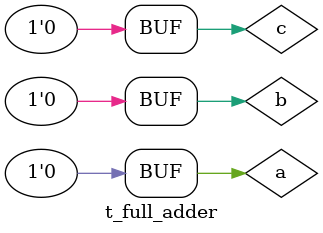
<source format=v>
module t_full_adder;
  wire S, C;
  reg a, b, c;

  full_adder S1(S, C, a, b, c );
  initial begin
    a = 0; b = 0; c = 0;
    #50
    a = 0; b = 0; c = 1;
    #50
    a = 0; b = 1; c = 0;
    #50
    a = 0; b = 1; c = 1;
    #50
    a = 1; b = 0; c = 0;
    #50
    a = 1; b = 0; c = 1;
    #50
    a = 1; b = 1; c = 0;
    #50
    a = 1; b = 1; c = 1;
    #50
    a = 0; b = 0; c = 0;
  end
endmodule

</source>
